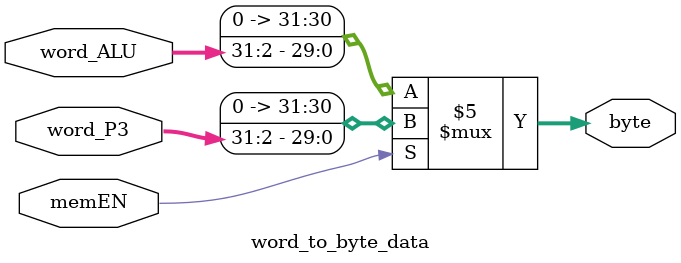
<source format=v>
module word_to_byte_data(
	input wire [31:0] word_ALU,
	input wire [31:0] word_P3,
	input wire memEN,
	output reg [31:0] byte
	);
	
	always @* begin
		if (memEN) begin
			byte <= word_P3 >> 2;
		end else begin
			byte <= word_ALU >> 2;
		end
	end
	
endmodule
</source>
